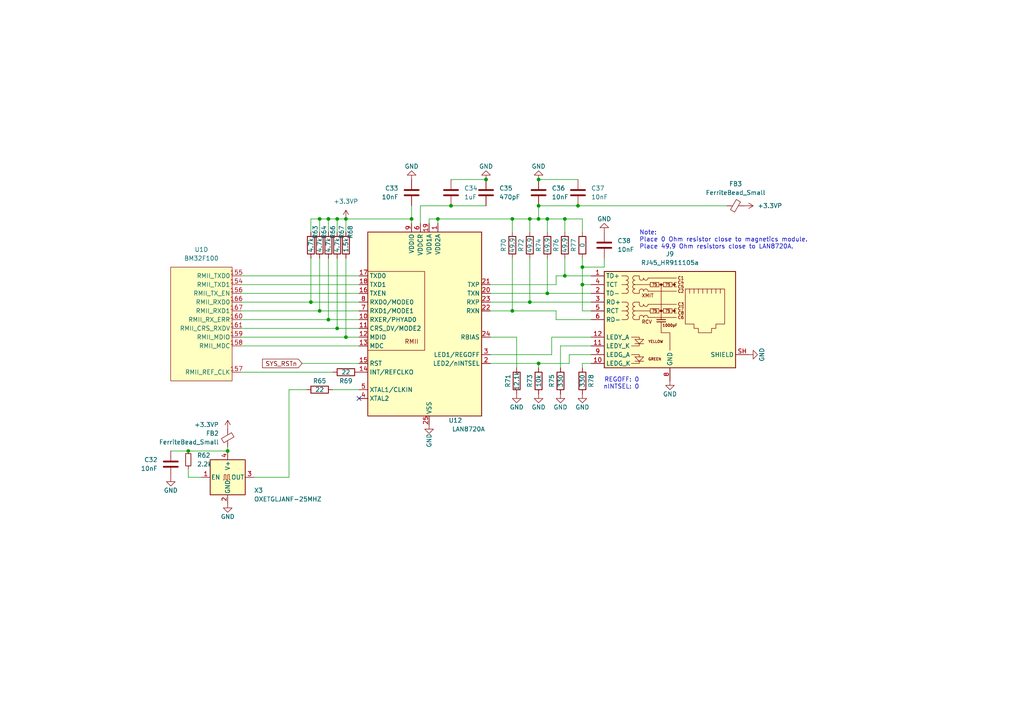
<source format=kicad_sch>
(kicad_sch (version 20211123) (generator eeschema)
  (paper "A4")
  (title_block (title "Ethernet Phy") (company "Drawn by t123yh") (comment 1 "Eval board for BM32F100"))
  (lib_symbols
    (symbol "Device:C" (pin_numbers hide) (pin_names (offset 0.254))
      (property "Reference" "C" (at 0.635 2.54 0))
      (property "Value" "C" (at 0.635 -2.54 0))
      (symbol "C_0_1"
        (polyline (pts (xy -2.032 -0.762) (xy 2.032 -0.762)) (stroke (width 0.508)))
        (polyline (pts (xy -2.032 0.762) (xy 2.032 0.762)) (stroke (width 0.508)))
      )
      (symbol "C_1_1"
        (pin passive line (at 0 3.81 270) (length 2.794) (name "~") (number "1"))
        (pin passive line (at 0 -3.81 90) (length 2.794) (name "~") (number "2"))
      )
    )
    (symbol "Device:FerriteBead_Small" (pin_numbers hide) (pin_names (offset 0))
      (property "Reference" "FB" (at 1.905 1.27 0))
      (property "Value" "FerriteBead_Small" (at 1.905 -1.27 0))
      (symbol "FerriteBead_Small_0_1"
        (polyline (pts (xy 0 -1.27) (xy 0 -0.7874)))
        (polyline (pts (xy 0 0.889) (xy 0 1.2954)))
        (polyline (pts (xy -1.8288 0.2794) (xy -1.1176 1.4986) (xy 1.8288 -0.2032) (xy 1.1176 -1.4224) (xy -1.8288 0.2794)))
      )
      (symbol "FerriteBead_Small_1_1"
        (pin passive line (at 0 2.54 270) (length 1.27) (name "~") (number "1"))
        (pin passive line (at 0 -2.54 90) (length 1.27) (name "~") (number "2"))
      )
    )
    (symbol "Device:R" (pin_numbers hide) (pin_names (offset 0))
      (property "Reference" "R" (at 2.032 0 90))
      (property "Value" "R" (at 0 0 90))
      (symbol "R_0_1"
        (rectangle (start -1.016 -2.54) (end 1.016 2.54) (stroke (width 0.254)))
      )
      (symbol "R_1_1"
        (pin passive line (at 0 3.81 270) (length 1.27) (name "~") (number "1"))
        (pin passive line (at 0 -3.81 90) (length 1.27) (name "~") (number "2"))
      )
    )
    (symbol "Device:R_Small" (pin_numbers hide) (pin_names (offset 0.254) hide)
      (property "Reference" "R" (at 0.762 0.508 0))
      (property "Value" "R_Small" (at 0.762 -1.016 0))
      (symbol "R_Small_0_1"
        (rectangle (start -0.762 1.778) (end 0.762 -1.778) (stroke (width 0.2032)))
      )
      (symbol "R_Small_1_1"
        (pin passive line (at 0 2.54 270) (length 0.762) (name "~") (number "1"))
        (pin passive line (at 0 -2.54 90) (length 0.762) (name "~") (number "2"))
      )
    )
    (symbol "Interface_Ethernet:LAN8720A"
      (property "Reference" "U" (at -13.97 29.21 0))
      (property "Value" "LAN8720A" (at 15.24 29.21 0))
      (symbol "LAN8720A_0_0"
        (text "RMII" (at -5.08 -3.81 0) (effects (font (size 1.27 1.27))))
      )
      (symbol "LAN8720A_0_1"
        (rectangle (start -17.78 27.94) (end 15.24 -25.4) (stroke (width 0.254)) (fill (type background)))
        (polyline (pts (xy -17.78 -6.35) (xy -1.27 -6.35) (xy -1.27 16.51) (xy -17.78 16.51)))
      )
      (symbol "LAN8720A_1_1"
        (pin power_in line (at 2.54 30.48 270) (length 2.54) (name "VDD2A") (number "1"))
        (pin output line (at -20.32 2.54 0) (length 2.54) (name "RXER/PHYAD0") (number "10"))
        (pin output line (at -20.32 0 0) (length 2.54) (name "CRS_DV/MODE2") (number "11"))
        (pin bidirectional line (at -20.32 -2.54 0) (length 2.54) (name "MDIO") (number "12"))
        (pin input line (at -20.32 -5.08 0) (length 2.54) (name "MDC") (number "13"))
        (pin output line (at -20.32 -12.7 0) (length 2.54) (name "INT/REFCLKO") (number "14"))
        (pin input line (at -20.32 -10.16 0) (length 2.54) (name "RST") (number "15"))
        (pin input line (at -20.32 10.16 0) (length 2.54) (name "TXEN") (number "16"))
        (pin input line (at -20.32 15.24 0) (length 2.54) (name "TXD0") (number "17"))
        (pin input line (at -20.32 12.7 0) (length 2.54) (name "TXD1") (number "18"))
        (pin power_in line (at 0 30.48 270) (length 2.54) (name "VDD1A") (number "19"))
        (pin bidirectional line (at 17.78 -10.16 180) (length 2.54) (name "LED2/nINTSEL") (number "2"))
        (pin output line (at 17.78 10.16 180) (length 2.54) (name "TXN") (number "20"))
        (pin output line (at 17.78 12.7 180) (length 2.54) (name "TXP") (number "21"))
        (pin output line (at 17.78 5.08 180) (length 2.54) (name "RXN") (number "22"))
        (pin output line (at 17.78 7.62 180) (length 2.54) (name "RXP") (number "23"))
        (pin input line (at 17.78 -2.54 180) (length 2.54) (name "RBIAS") (number "24"))
        (pin power_in line (at 0 -27.94 90) (length 2.54) (name "VSS") (number "25"))
        (pin bidirectional line (at 17.78 -7.62 180) (length 2.54) (name "LED1/REGOFF") (number "3"))
        (pin passive line (at -20.32 -20.32 0) (length 2.54) (name "XTAL2") (number "4"))
        (pin passive line (at -20.32 -17.78 0) (length 2.54) (name "XTAL1/CLKIN") (number "5"))
        (pin power_in line (at -2.54 30.48 270) (length 2.54) (name "VDDCR") (number "6"))
        (pin output line (at -20.32 5.08 0) (length 2.54) (name "RXD1/MODE1") (number "7"))
        (pin output line (at -20.32 7.62 0) (length 2.54) (name "RXD0/MODE0") (number "8"))
        (pin power_in line (at -5.08 30.48 270) (length 2.54) (name "VDDIO") (number "9"))
      )
    )
    (symbol "MemblazeExpander:RJ45_HR911105a"
      (property "Reference" "J" (at 0 -21.59 0))
      (property "Value" "RJ45_HR911105a" (at 0 -19.05 0))
      (symbol "RJ45_HR911105a_0_0"
        (polyline (pts (xy -5.08 -12.065) (xy -7.62 -12.065)))
        (polyline (pts (xy -5.08 -6.985) (xy -7.62 -6.985)))
        (polyline (pts (xy 0 10.16) (xy 0 0)))
        (polyline (pts (xy 1.27 -0.635) (xy -1.27 -0.635)) (stroke (width 0.254)))
        (polyline (pts (xy 1.27 0) (xy -1.27 0)) (stroke (width 0.254)))
        (polyline (pts (xy 3.81 2.54) (xy 3.175 2.54)))
        (polyline (pts (xy 3.81 10.16) (xy 3.175 10.16)))
        (polyline (pts (xy -8.636 -10.16) (xy -6.35 -10.16) (xy -6.35 -10.795)))
        (polyline (pts (xy -8.636 -7.62) (xy -6.35 -7.62) (xy -6.35 -6.985)))
        (polyline (pts (xy -8.636 -5.08) (xy -6.35 -5.08) (xy -6.35 -5.715)))
        (polyline (pts (xy -6.35 -12.065) (xy -6.35 -12.7) (xy -8.636 -12.7)))
        (polyline (pts (xy -7.62 -10.795) (xy -5.08 -10.795) (xy -6.35 -12.065) (xy -7.62 -10.795)))
        (polyline (pts (xy -5.08 -5.715) (xy -7.62 -5.715) (xy -6.35 -6.985) (xy -5.08 -5.715)))
        (polyline (pts (xy 0 -0.635) (xy 0 -3.81) (xy 2.54 -3.81) (xy 2.54 -8.89)))
        (polyline (pts (xy 4.445 3.175) (xy 3.81 3.175) (xy 3.81 1.905) (xy 4.445 1.905)))
        (polyline (pts (xy 4.445 10.795) (xy 3.81 10.795) (xy 3.81 9.525) (xy 4.445 9.525)))
        (circle (center 0 2.54) (radius 0.254) (stroke (width 0.254)) (fill (type outline)))
        (circle (center 0 10.16) (radius 0.254) (stroke (width 0.254)) (fill (type outline)))
        (circle (center 3.81 2.54) (radius 0.254) (stroke (width 0.254)) (fill (type outline)))
        (circle (center 3.81 10.16) (radius 0.254) (stroke (width 0.254)) (fill (type outline)))
        (text "1000pF" (at 2.54 -1.651 0) (effects (font (size 0.762 0.762))))
        (text "75" (at -1.905 2.54 0) (effects (font (size 0.762 0.762))))
        (text "75" (at -1.905 10.16 0) (effects (font (size 0.762 0.762))))
        (text "75" (at 1.905 2.54 0) (effects (font (size 0.762 0.762))))
        (text "75" (at 1.905 10.16 0) (effects (font (size 0.762 0.762))))
        (text "C1" (at 5.715 12.065 0) (effects (font (size 0.889 0.889))))
        (text "C2" (at 5.715 8.255 0) (effects (font (size 0.889 0.889))))
        (text "C3" (at 5.715 4.445 0) (effects (font (size 0.889 0.889))))
        (text "C4" (at 5.715 10.795 0) (effects (font (size 0.889 0.889))))
        (text "C5" (at 5.715 9.525 0) (effects (font (size 0.889 0.889))))
        (text "C6" (at 5.715 0.635 0) (effects (font (size 0.889 0.889))))
        (text "C7" (at 5.715 3.175 0) (effects (font (size 0.889 0.889))))
        (text "C8" (at 5.715 1.905 0) (effects (font (size 0.889 0.889))))
        (text "GREEN" (at -3.81 -11.43 0) (effects (font (size 0.762 0.762)) (justify left)))
        (text "RCV" (at -5.715 -0.635 0) (effects (font (size 1.016 1.016)) (justify left)))
        (text "XMIT" (at -5.715 6.985 0) (effects (font (size 1.016 1.016)) (justify left)))
        (text "YELLOW" (at -3.81 -6.35 0) (effects (font (size 0.762 0.762)) (justify left)))
      )
      (symbol "RJ45_HR911105a_0_1"
        (rectangle (start -16.51 -13.97) (end 21.59 13.97) (stroke (width 0.254)) (fill (type background)))
        (arc (start -10.16 0) (mid -9.525 0.635) (end -10.16 1.27))
        (arc (start -10.16 1.27) (mid -9.525 1.905) (end -10.16 2.54))
        (arc (start -10.16 2.54) (mid -9.525 3.175) (end -10.16 3.81))
        (arc (start -10.16 3.81) (mid -9.525 4.445) (end -10.16 5.08))
        (arc (start -10.16 7.62) (mid -9.525 8.255) (end -10.16 8.89))
        (arc (start -10.16 8.89) (mid -9.525 9.525) (end -10.16 10.16))
        (arc (start -10.16 10.16) (mid -9.525 10.795) (end -10.16 11.43))
        (arc (start -10.16 11.43) (mid -9.525 12.065) (end -10.16 12.7))
        (arc (start -7.62 1.27) (mid -8.255 0.635) (end -7.62 0))
        (arc (start -7.62 2.54) (mid -8.255 1.905) (end -7.62 1.27))
        (arc (start -7.62 3.81) (mid -8.255 3.175) (end -7.62 2.54))
        (arc (start -7.62 5.08) (mid -8.255 4.445) (end -7.62 3.81))
        (arc (start -7.62 8.89) (mid -8.255 8.255) (end -7.62 7.62))
        (arc (start -7.62 10.16) (mid -8.255 9.525) (end -7.62 8.89))
        (arc (start -7.62 11.43) (mid -8.255 10.795) (end -7.62 10.16))
        (arc (start -7.62 12.7) (mid -8.255 12.065) (end -7.62 11.43))
        (arc (start -6.35 4.445) (mid -5.715 3.81) (end -5.08 4.445))
        (arc (start -6.35 12.065) (mid -5.715 11.43) (end -5.08 12.065))
        (arc (start -5.08 0.635) (mid -5.715 1.27) (end -6.35 0.635))
        (arc (start -5.08 4.445) (mid -4.445 3.81) (end -3.81 4.445))
        (arc (start -5.08 8.255) (mid -5.715 8.89) (end -6.35 8.255))
        (arc (start -5.08 12.065) (mid -4.445 11.43) (end -3.81 12.065))
        (arc (start -3.81 0.635) (mid -4.445 1.27) (end -5.08 0.635))
        (arc (start -3.81 8.255) (mid -4.445 8.89) (end -5.08 8.255))
        (rectangle (start -3.175 3.175) (end -0.635 1.905))
        (rectangle (start -3.175 10.795) (end -0.635 9.525))
        (polyline (pts (xy -10.16 0) (xy -11.43 0)))
        (polyline (pts (xy -10.16 2.54) (xy -11.43 2.54)))
        (polyline (pts (xy -10.16 5.08) (xy -11.43 5.08)))
        (polyline (pts (xy -10.16 7.62) (xy -11.43 7.62)))
        (polyline (pts (xy -10.16 10.16) (xy -11.43 10.16)))
        (polyline (pts (xy -10.16 12.7) (xy -11.43 12.7)))
        (polyline (pts (xy -3.81 0.635) (xy 4.445 0.635)))
        (polyline (pts (xy -3.81 4.445) (xy 4.445 4.445)))
        (polyline (pts (xy -3.81 8.255) (xy 4.445 8.255)))
        (polyline (pts (xy -3.81 12.065) (xy 4.445 12.065)))
        (polyline (pts (xy -3.175 2.54) (xy -7.62 2.54)))
        (polyline (pts (xy -3.175 10.16) (xy -7.62 10.16)))
        (polyline (pts (xy -0.635 2.54) (xy 0.635 2.54)))
        (polyline (pts (xy -0.635 10.16) (xy 0.635 10.16)))
        (polyline (pts (xy 8.255 7.62) (xy 8.255 8.89)))
        (polyline (pts (xy 9.525 8.89) (xy 9.525 7.62)))
        (polyline (pts (xy 10.795 8.89) (xy 10.795 7.62)))
        (polyline (pts (xy 12.065 8.89) (xy 12.065 7.62)))
        (polyline (pts (xy 13.335 8.89) (xy 13.335 7.62)))
        (polyline (pts (xy 14.605 8.89) (xy 14.605 7.62)))
        (polyline (pts (xy 15.875 7.62) (xy 15.875 8.89)))
        (polyline (pts (xy 17.145 7.62) (xy 17.145 8.89)))
        (polyline (pts (xy -7.62 5.08) (xy -6.35 5.08) (xy -6.35 4.445)))
        (polyline (pts (xy -7.62 12.7) (xy -6.35 12.7) (xy -6.35 12.065)))
        (polyline (pts (xy -6.35 0.635) (xy -6.35 0) (xy -7.62 0)))
        (polyline (pts (xy -6.35 8.255) (xy -6.35 7.62) (xy -7.62 7.62)))
        (polyline (pts (xy 6.985 8.89) (xy 18.415 8.89) (xy 18.415 -1.27) (xy 15.875 -1.27) (xy 15.875 -2.54) (xy 14.605 -2.54) (xy 14.605 -3.81) (xy 10.795 -3.81) (xy 10.795 -2.54) (xy 9.525 -2.54) (xy 9.525 -1.27) (xy 6.985 -1.27) (xy 6.985 8.89)))
        (rectangle (start 0.635 3.175) (end 3.175 1.905))
        (rectangle (start 0.635 10.795) (end 3.175 9.525))
      )
      (symbol "RJ45_HR911105a_1_1"
        (pin passive line (at -20.32 12.7 0) (length 3.81) (name "TD+") (number "1"))
        (pin passive line (at -20.32 -12.7 0) (length 3.81) (name "LEDG_K") (number "10"))
        (pin passive line (at -20.32 -7.62 0) (length 3.81) (name "LEDY_K") (number "11"))
        (pin passive line (at -20.32 -5.08 0) (length 3.81) (name "LEDY_A") (number "12"))
        (pin passive line (at -20.32 7.62 0) (length 3.81) (name "TD-") (number "2"))
        (pin passive line (at -20.32 5.08 0) (length 3.81) (name "RD+") (number "3"))
        (pin passive line (at -20.32 10.16 0) (length 3.81) (name "TCT") (number "4"))
        (pin passive line (at -20.32 2.54 0) (length 3.81) (name "RCT") (number "5"))
        (pin passive line (at -20.32 0 0) (length 3.81) (name "RD-") (number "6"))
        (pin no_connect line (at 7.62 -5.08 0) (length 0) hide (name "NC") (number "7"))
        (pin power_in line (at 2.54 -17.78 90) (length 3.81) (name "GND") (number "8"))
        (pin passive line (at -20.32 -10.16 0) (length 3.81) (name "LEDG_A") (number "9"))
        (pin passive line (at 25.4 -10.16 180) (length 3.81) (name "SHIELD") (number "SH"))
      )
    )
    (symbol "Oscillator:XO32" (pin_names (offset 0.254))
      (property "Reference" "X" (at -5.08 6.35 0))
      (property "Value" "XO32" (at 1.27 -6.35 0))
      (symbol "XO32_0_1"
        (rectangle (start -5.08 5.08) (end 5.08 -5.08) (stroke (width 0.254)) (fill (type background)))
        (polyline (pts (xy -1.27 -0.762) (xy -1.016 -0.762) (xy -1.016 0.762) (xy -0.508 0.762) (xy -0.508 -0.762) (xy 0 -0.762) (xy 0 0.762) (xy 0.508 0.762) (xy 0.508 -0.762) (xy 0.762 -0.762)))
      )
      (symbol "XO32_1_1"
        (pin input line (at -7.62 0 0) (length 2.54) (name "EN") (number "1"))
        (pin power_in line (at 0 -7.62 90) (length 2.54) (name "GND") (number "2"))
        (pin output line (at 7.62 0 180) (length 2.54) (name "OUT") (number "3"))
        (pin power_in line (at 0 7.62 270) (length 2.54) (name "V+") (number "4"))
      )
    )
    (symbol "power:+3.3VP" (power) (pin_names (offset 0))
      (property "Value" "+3.3VP" (at 0 2.54 0))
      (symbol "+3.3VP_0_0"
        (pin power_in line (at 0 0 90) (length 0) hide (name "+3.3VP") (number "1"))
      )
      (symbol "+3.3VP_0_1"
        (polyline (pts (xy -0.762 1.27) (xy 0 2.54)))
        (polyline (pts (xy 0 0) (xy 0 2.54)))
        (polyline (pts (xy 0 2.54) (xy 0.762 1.27)))
      )
    )
    (symbol "power:GND" (power) (pin_names (offset 0))
      (property "Value" "GND" (at 0 -3.81 0))
      (symbol "GND_0_1"
        (polyline (pts (xy 0 0) (xy 0 -1.27) (xy 1.27 -1.27) (xy 0 -2.54) (xy -1.27 -1.27) (xy 0 -1.27)))
      )
      (symbol "GND_1_1"
        (pin power_in line (at 0 0 270) (length 0) hide (name "GND") (number "1"))
      )
    )
    (symbol "t123yh_lib2:BM32F100"
      (property "Reference" "U" (at 0 7.62 0))
      (property "Value" "BM32F100" (at 0 5.08 0))
      (symbol "BM32F100_1_1"
        (rectangle (start -17.78 0) (end 13.97 -86.36) (stroke (width 0.1524)) (fill (type background)))
        (pin input line (at -20.32 -53.34 0) (length 2.54) (name "sdram_DQ10") (number "10"))
        (pin input line (at -20.32 -55.88 0) (length 2.54) (name "sdram_DQ9") (number "11"))
        (pin input line (at -20.32 -58.42 0) (length 2.54) (name "sdram_DQ8") (number "12"))
        (pin input line (at -20.32 -81.28 0) (length 2.54) (name "sdram_DQM1") (number "13"))
        (pin input line (at -20.32 -83.82 0) (length 2.54) (name "sdram_DQM0") (number "168"))
        (pin input line (at -20.32 -78.74 0) (length 2.54) (name "sdram_DQ0") (number "169"))
        (pin input line (at -20.32 -76.2 0) (length 2.54) (name "sdram_DQ1") (number "170"))
        (pin input line (at -20.32 -73.66 0) (length 2.54) (name "sdram_DQ2") (number "171"))
        (pin input line (at -20.32 -71.12 0) (length 2.54) (name "sdram_DQ3") (number "172"))
        (pin input line (at -20.32 -68.58 0) (length 2.54) (name "sdram_DQ4") (number "173"))
        (pin input line (at -20.32 -66.04 0) (length 2.54) (name "sdram_DQ5") (number "174"))
        (pin input line (at -20.32 -63.5 0) (length 2.54) (name "sdram_DQ6") (number "175"))
        (pin input line (at -20.32 -60.96 0) (length 2.54) (name "sdram_DQ7") (number "176"))
        (pin input line (at -20.32 -24.13 0) (length 2.54) (name "sdram_WEn") (number "20"))
        (pin input line (at -20.32 -16.51 0) (length 2.54) (name "sdram_CLK") (number "21"))
        (pin input line (at -20.32 -29.21 0) (length 2.54) (name "sdram_RASn") (number "22"))
        (pin input line (at -20.32 -26.67 0) (length 2.54) (name "sdram_CASn") (number "23"))
        (pin input line (at -20.32 -13.97 0) (length 2.54) (name "sdram_CKE") (number "24"))
        (pin input line (at -20.32 -11.43 0) (length 2.54) (name "sdram_CSn") (number "25"))
        (pin input line (at 16.51 -2.54 180) (length 2.54) (name "sdram_ADDR12") (number "26"))
        (pin input line (at -20.32 -34.29 0) (length 2.54) (name "sdram_BA0") (number "27"))
        (pin input line (at 16.51 -5.08 180) (length 2.54) (name "sdram_ADDR11") (number "28"))
        (pin input line (at -20.32 -31.75 0) (length 2.54) (name "sdram_BA1") (number "29"))
        (pin input line (at 16.51 -10.16 180) (length 2.54) (name "sdram_ADDR9") (number "34"))
        (pin input line (at 16.51 -7.62 180) (length 2.54) (name "sdram_ADDR10") (number "35"))
        (pin input line (at 16.51 -12.7 180) (length 2.54) (name "sdram_ADDR8") (number "36"))
        (pin input line (at 16.51 -33.02 180) (length 2.54) (name "sdram_ADDR0") (number "37"))
        (pin input line (at 16.51 -15.24 180) (length 2.54) (name "sdram_ADDR7") (number "38"))
        (pin input line (at 16.51 -30.48 180) (length 2.54) (name "sdram_ADDR1") (number "39"))
        (pin input line (at 16.51 -17.78 180) (length 2.54) (name "sdram_ADDR6") (number "40"))
        (pin input line (at 16.51 -27.94 180) (length 2.54) (name "sdram_ADDR2") (number "41"))
        (pin input line (at 16.51 -20.32 180) (length 2.54) (name "sdram_ADDR5") (number "42"))
        (pin input line (at 16.51 -25.4 180) (length 2.54) (name "sdram_ADDR3") (number "43"))
        (pin input line (at 16.51 -22.86 180) (length 2.54) (name "sdram_ADDR4") (number "44"))
        (pin input line (at 16.51 -83.82 180) (length 2.54) (name "sdram_DQM2") (number "49"))
        (pin input line (at -20.32 -40.64 0) (length 2.54) (name "sdram_DQ15") (number "5"))
        (pin input line (at 16.51 -78.74 180) (length 2.54) (name "sdram_DQ16") (number "50"))
        (pin input line (at 16.51 -76.2 180) (length 2.54) (name "sdram_DQ17") (number "51"))
        (pin input line (at 16.51 -73.66 180) (length 2.54) (name "sdram_DQ18") (number "52"))
        (pin input line (at 16.51 -71.12 180) (length 2.54) (name "sdram_DQ19") (number "53"))
        (pin input line (at 16.51 -68.58 180) (length 2.54) (name "sdram_DQ20") (number "54"))
        (pin input line (at 16.51 -66.04 180) (length 2.54) (name "sdram_DQ21") (number "55"))
        (pin input line (at 16.51 -63.5 180) (length 2.54) (name "sdram_DQ22") (number "56"))
        (pin input line (at 16.51 -60.96 180) (length 2.54) (name "sdram_DQ23") (number "57"))
        (pin input line (at 16.51 -58.42 180) (length 2.54) (name "sdram_DQ24") (number "58"))
        (pin input line (at -20.32 -43.18 0) (length 2.54) (name "sdram_DQ14") (number "6"))
        (pin input line (at 16.51 -55.88 180) (length 2.54) (name "sdram_DQ25") (number "64"))
        (pin input line (at 16.51 -53.34 180) (length 2.54) (name "sdram_DQ26") (number "65"))
        (pin input line (at 16.51 -50.8 180) (length 2.54) (name "sdram_DQ27") (number "66"))
        (pin input line (at 16.51 -48.26 180) (length 2.54) (name "sdram_DQ28") (number "67"))
        (pin input line (at 16.51 -45.72 180) (length 2.54) (name "sdram_DQ29") (number "68"))
        (pin input line (at 16.51 -43.18 180) (length 2.54) (name "sdram_DQ30") (number "69"))
        (pin input line (at -20.32 -45.72 0) (length 2.54) (name "sdram_DQ13") (number "7"))
        (pin input line (at 16.51 -40.64 180) (length 2.54) (name "sdram_DQ31") (number "70"))
        (pin input line (at 16.51 -81.28 180) (length 2.54) (name "sdram_DQM3") (number "71"))
        (pin input line (at -20.32 -48.26 0) (length 2.54) (name "sdram_DQ12") (number "8"))
        (pin input line (at -20.32 -50.8 0) (length 2.54) (name "sdram_DQ11") (number "9"))
      )
      (symbol "BM32F100_2_1"
        (rectangle (start -11.43 0) (end 10.16 -27.94) (stroke (width 0.1524)) (fill (type background)))
        (pin input line (at -13.97 -20.32 0) (length 2.54) (name "I2C_M_SCL") (number "120"))
        (pin input line (at -13.97 -22.86 0) (length 2.54) (name "I2C_M_SDA") (number "121"))
        (pin input line (at 12.7 -10.16 180) (length 2.54) (name "SPI_CLK") (number "142"))
        (pin input line (at 12.7 -17.78 180) (length 2.54) (name "SPI_CS0") (number "143"))
        (pin input line (at 12.7 -20.32 180) (length 2.54) (name "SPI_CS1") (number "144"))
        (pin input line (at 12.7 -22.86 180) (length 2.54) (name "SPI_CS2") (number "145"))
        (pin input line (at 12.7 -25.4 180) (length 2.54) (name "SPI_CS3") (number "146"))
        (pin input line (at 12.7 -15.24 180) (length 2.54) (name "SPI_MISO") (number "152"))
        (pin input line (at 12.7 -12.7 180) (length 2.54) (name "SPI_MOSI") (number "153"))
        (pin input line (at 12.7 -5.08 180) (length 2.54) (name "UART_RX") (number "72"))
        (pin input line (at 12.7 -2.54 180) (length 2.54) (name "UART_TX") (number "73"))
        (pin input line (at -13.97 -2.54 0) (length 2.54) (name "SD_DAT0") (number "78"))
        (pin input line (at -13.97 -5.08 0) (length 2.54) (name "SD_DAT1") (number "79"))
        (pin input line (at -13.97 -7.62 0) (length 2.54) (name "SD_DAT2") (number "80"))
        (pin input line (at -13.97 -10.16 0) (length 2.54) (name "SD_DAT3") (number "81"))
        (pin input line (at -13.97 -12.7 0) (length 2.54) (name "SD_CMD") (number "82"))
        (pin input line (at -13.97 -15.24 0) (length 2.54) (name "SD_CLK") (number "83"))
      )
      (symbol "BM32F100_3_1"
        (rectangle (start -11.43 0) (end 3.81 -33.02) (stroke (width 0.1524)) (fill (type background)))
        (pin input line (at 6.35 -22.86 180) (length 2.54) (name "ULPI_DAT7") (number "84"))
        (pin input line (at 6.35 -20.32 180) (length 2.54) (name "ULPI_DAT6") (number "85"))
        (pin input line (at 6.35 -17.78 180) (length 2.54) (name "ULPI_DAT5") (number "86"))
        (pin input line (at 6.35 -15.24 180) (length 2.54) (name "ULPI_DAT4") (number "87"))
        (pin input line (at 6.35 -12.7 180) (length 2.54) (name "ULPI_DAT3") (number "88"))
        (pin input line (at 6.35 -10.16 180) (length 2.54) (name "ULPI_DAT2") (number "93"))
        (pin input line (at 6.35 -7.62 180) (length 2.54) (name "ULPI_DAT1") (number "94"))
        (pin input line (at 6.35 -5.08 180) (length 2.54) (name "ULPI_DAT0") (number "95"))
        (pin input line (at 6.35 -30.48 180) (length 2.54) (name "ULPI_nxt") (number "96"))
        (pin input line (at 6.35 -2.54 180) (length 2.54) (name "ULPI_clk") (number "97"))
        (pin input line (at 6.35 -25.4 180) (length 2.54) (name "ULPI_dir") (number "98"))
        (pin input line (at 6.35 -27.94 180) (length 2.54) (name "ULPI_stp") (number "99"))
      )
      (symbol "BM32F100_4_1"
        (rectangle (start -10.16 0) (end 7.62 -33.02) (stroke (width 0.1524)) (fill (type background)))
        (pin input line (at 10.16 -5.08 180) (length 2.54) (name "RMII_TXD1") (number "154"))
        (pin input line (at 10.16 -2.54 180) (length 2.54) (name "RMII_TXD0") (number "155"))
        (pin input line (at 10.16 -7.62 180) (length 2.54) (name "RMII_TX_EN") (number "156"))
        (pin input line (at 10.16 -30.48 180) (length 2.54) (name "RMII_REF_CLK") (number "157"))
        (pin input line (at 10.16 -22.86 180) (length 2.54) (name "RMII_MDC") (number "158"))
        (pin input line (at 10.16 -20.32 180) (length 2.54) (name "RMII_MDIO") (number "159"))
        (pin input line (at 10.16 -15.24 180) (length 2.54) (name "RMII_RX_ERR") (number "160"))
        (pin input line (at 10.16 -17.78 180) (length 2.54) (name "RMII_CRS_RXDV") (number "161"))
        (pin input line (at 10.16 -10.16 180) (length 2.54) (name "RMII_RXD0") (number "166"))
        (pin input line (at 10.16 -12.7 180) (length 2.54) (name "RMII_RXD1") (number "167"))
      )
      (symbol "BM32F100_5_1"
        (rectangle (start -6.35 0) (end 8.89 -20.32) (stroke (width 0.1524)) (fill (type background)))
        (pin input line (at -8.89 -2.54 0) (length 2.54) (name "CLK_25m") (number "137"))
        (pin input line (at -8.89 -17.78 0) (length 2.54) (name "SYS_RSTn") (number "138"))
        (pin input line (at -8.89 -15.24 0) (length 2.54) (name "CTRL_RSTn") (number "139"))
        (pin input line (at -8.89 -10.16 0) (length 2.54) (name "I2C_C_SDA") (number "140"))
        (pin input line (at -8.89 -7.62 0) (length 2.54) (name "I2C_C_SCL") (number "141"))
      )
      (symbol "BM32F100_6_1"
        (rectangle (start -6.35 0) (end 5.08 -22.86) (stroke (width 0.1524)) (fill (type background)))
        (pin input line (at -8.89 -2.54 0) (length 2.54) (name "GPIO0") (number "103"))
        (pin input line (at -8.89 -5.08 0) (length 2.54) (name "GPIO1") (number "104"))
        (pin input line (at -8.89 -7.62 0) (length 2.54) (name "GPIO2") (number "105"))
        (pin input line (at -8.89 -10.16 0) (length 2.54) (name "GPIO3") (number "106"))
        (pin input line (at -8.89 -12.7 0) (length 2.54) (name "GPIO4") (number "111"))
        (pin input line (at -8.89 -15.24 0) (length 2.54) (name "GPIO5") (number "112"))
        (pin input line (at -8.89 -17.78 0) (length 2.54) (name "GPIO6") (number "113"))
        (pin input line (at -8.89 -20.32 0) (length 2.54) (name "GPIO7") (number "114"))
      )
      (symbol "BM32F100_7_1"
        (rectangle (start -3.81 0) (end 10.16 -25.4) (stroke (width 0.1524)) (fill (type background)))
        (pin input line (at -6.35 -2.54 0) (length 2.54) (name "DBG_CLK") (number "115"))
        (pin input line (at -6.35 -5.08 0) (length 2.54) (name "DBG_dat0") (number "116"))
        (pin input line (at -6.35 -7.62 0) (length 2.54) (name "DBG_dat1") (number "117"))
        (pin input line (at -6.35 -10.16 0) (length 2.54) (name "DBG_dat2") (number "118"))
        (pin input line (at -6.35 -12.7 0) (length 2.54) (name "DBG_dat3") (number "119"))
        (pin input line (at -6.35 -17.78 0) (length 2.54) (name "CPU_GRST") (number "122"))
        (pin input line (at -6.35 -20.32 0) (length 2.54) (name "CPU_RSTn") (number "123"))
        (pin input line (at -6.35 -22.86 0) (length 2.54) (name "SoC_RSTn") (number "124"))
      )
      (symbol "BM32F100_8_1"
        (rectangle (start -10.16 -1.27) (end 11.43 -82.55) (stroke (width 0.1524)) (fill (type background)))
        (pin input line (at -12.7 -77.47 0) (length 2.54) (name "VSSIO") (number "1"))
        (pin input line (at 13.97 -16.51 180) (length 2.54) (name "VDD") (number "107"))
        (pin input line (at -12.7 -29.21 0) (length 2.54) (name "VSS") (number "108"))
        (pin input line (at 13.97 -62.23 180) (length 2.54) (name "VDDIO") (number "109"))
        (pin input line (at -12.7 -31.75 0) (length 2.54) (name "VSSIO") (number "110"))
        (pin input line (at 13.97 -19.05 180) (length 2.54) (name "VDD") (number "125"))
        (pin input line (at -12.7 -34.29 0) (length 2.54) (name "VSS") (number "126"))
        (pin input line (at 13.97 -64.77 180) (length 2.54) (name "VDDIO") (number "127"))
        (pin input line (at -12.7 -36.83 0) (length 2.54) (name "VSSIO") (number "128"))
        (pin input line (at -12.7 -39.37 0) (length 2.54) (name "AVSS") (number "129"))
        (pin input line (at 13.97 -41.91 180) (length 2.54) (name "AVDD") (number "130"))
        (pin input line (at -12.7 -41.91 0) (length 2.54) (name "AVSS") (number "131"))
        (pin input line (at 13.97 -44.45 180) (length 2.54) (name "AVDD") (number "132"))
        (pin input line (at 13.97 -8.89 180) (length 2.54) (name "VDD") (number "133"))
        (pin input line (at -12.7 -19.05 0) (length 2.54) (name "VSS") (number "134"))
        (pin input line (at 13.97 -54.61 180) (length 2.54) (name "VDDIO") (number "135"))
        (pin input line (at -12.7 -16.51 0) (length 2.54) (name "VSSIO") (number "136"))
        (pin input line (at -12.7 -72.39 0) (length 2.54) (name "VSSIO") (number "14"))
        (pin input line (at 13.97 -6.35 180) (length 2.54) (name "VDD") (number "147"))
        (pin input line (at -12.7 -13.97 0) (length 2.54) (name "VSS") (number "148"))
        (pin input line (at -12.7 -11.43 0) (length 2.54) (name "VSS") (number "149"))
        (pin input line (at 13.97 -77.47 180) (length 2.54) (name "VDDIO") (number "15"))
        (pin input line (at 13.97 -52.07 180) (length 2.54) (name "VDDIO") (number "150"))
        (pin input line (at -12.7 -8.89 0) (length 2.54) (name "VSSIO") (number "151"))
        (pin input line (at -12.7 -69.85 0) (length 2.54) (name "VSS") (number "16"))
        (pin input line (at 13.97 -3.81 180) (length 2.54) (name "VDD") (number "162"))
        (pin input line (at -12.7 -6.35 0) (length 2.54) (name "VSS") (number "163"))
        (pin input line (at 13.97 -49.53 180) (length 2.54) (name "VDDIO") (number "164"))
        (pin input line (at -12.7 -3.81 0) (length 2.54) (name "VSSIO") (number "165"))
        (pin input line (at -12.7 -67.31 0) (length 2.54) (name "VSS") (number "17"))
        (pin input line (at 13.97 -34.29 180) (length 2.54) (name "VDD") (number "18"))
        (pin input line (at 13.97 -31.75 180) (length 2.54) (name "VDD") (number "19"))
        (pin input line (at 13.97 -80.01 180) (length 2.54) (name "VDDIO") (number "2"))
        (pin input line (at -12.7 -74.93 0) (length 2.54) (name "VSS") (number "3"))
        (pin input line (at -12.7 -64.77 0) (length 2.54) (name "VSS") (number "30"))
        (pin input line (at 13.97 -29.21 180) (length 2.54) (name "VDD") (number "31"))
        (pin input line (at -12.7 -62.23 0) (length 2.54) (name "VSSIO") (number "32"))
        (pin input line (at 13.97 -74.93 180) (length 2.54) (name "VDDIO") (number "33"))
        (pin input line (at 13.97 -36.83 180) (length 2.54) (name "VDD") (number "4"))
        (pin input line (at -12.7 -59.69 0) (length 2.54) (name "VSSIO") (number "45"))
        (pin input line (at 13.97 -72.39 180) (length 2.54) (name "VDDIO") (number "46"))
        (pin input line (at -12.7 -57.15 0) (length 2.54) (name "VSS") (number "47"))
        (pin input line (at 13.97 -26.67 180) (length 2.54) (name "VDD") (number "48"))
        (pin input line (at -12.7 -54.61 0) (length 2.54) (name "VSSIO") (number "59"))
        (pin input line (at 13.97 -69.85 180) (length 2.54) (name "VDDIO") (number "60"))
        (pin input line (at -12.7 -52.07 0) (length 2.54) (name "VSS") (number "61"))
        (pin input line (at -12.7 -49.53 0) (length 2.54) (name "VSS") (number "62"))
        (pin input line (at 13.97 -24.13 180) (length 2.54) (name "VDD") (number "63"))
        (pin input line (at -12.7 -46.99 0) (length 2.54) (name "VSSIO") (number "74"))
        (pin input line (at 13.97 -67.31 180) (length 2.54) (name "VDDIO") (number "75"))
        (pin input line (at -12.7 -44.45 0) (length 2.54) (name "VSS") (number "76"))
        (pin input line (at 13.97 -21.59 180) (length 2.54) (name "VDD") (number "77"))
        (pin input line (at 13.97 -11.43 180) (length 2.54) (name "VDD") (number "89"))
        (pin input line (at -12.7 -21.59 0) (length 2.54) (name "VSS") (number "90"))
        (pin input line (at 13.97 -57.15 180) (length 2.54) (name "VDDIO") (number "91"))
        (pin input line (at -12.7 -24.13 0) (length 2.54) (name "VSSIO") (number "92"))
      )
      (symbol "BM32F100_9_1"
        (rectangle (start 3.81 0) (end -11.43 -12.7) (stroke (width 0.1524)) (fill (type background)))
        (pin input line (at 6.35 -10.16 180) (length 2.54) (name "CDBUS_TX") (number "100"))
        (pin input line (at 6.35 -7.62 180) (length 2.54) (name "CDBUS_TX_EN") (number "101"))
        (pin input line (at 6.35 -2.54 180) (length 2.54) (name "CDBUS_RX") (number "102"))
      )
    )
  )
  (junction (at 156.21 59.69) (diameter 0.9144))
  (junction (at 92.71 90.17) (diameter 0.9144))
  (junction (at 163.83 80.01) (diameter 0.9144))
  (junction (at 167.64 59.69) (diameter 0.9144))
  (junction (at 158.75 85.09) (diameter 0.9144))
  (junction (at 100.33 97.79) (diameter 0.9144))
  (junction (at 168.91 82.55) (diameter 0.9144))
  (junction (at 130.81 59.69) (diameter 0.9144))
  (junction (at 156.21 63.5) (diameter 0.9144))
  (junction (at 168.91 77.47) (diameter 0.9144))
  (junction (at 97.79 95.25) (diameter 0.9144))
  (junction (at 90.17 87.63) (diameter 0.9144))
  (junction (at 163.83 63.5) (diameter 0.9144))
  (junction (at 153.67 63.5) (diameter 0.9144))
  (junction (at 95.25 92.71) (diameter 0.9144))
  (junction (at 127 63.5) (diameter 0.9144))
  (junction (at 66.04 130.81))
  (junction (at 97.79 63.5) (diameter 0.9144))
  (junction (at 156.21 52.07) (diameter 0.9144))
  (junction (at 119.38 63.5) (diameter 0.9144))
  (junction (at 148.59 90.17) (diameter 0.9144))
  (junction (at 100.33 63.5) (diameter 0.9144))
  (junction (at 156.21 105.41))
  (junction (at 153.67 87.63) (diameter 0.9144))
  (junction (at 148.59 63.5) (diameter 0.9144))
  (junction (at 158.75 63.5) (diameter 0.9144))
  (junction (at 140.97 52.07) (diameter 0.9144))
  (junction (at 54.61 130.81))
  (junction (at 92.71 63.5) (diameter 0.9144))
  (junction (at 95.25 63.5) (diameter 0.9144))
  (no_connect (at 104.14 115.57))
  (wire (pts (xy 121.92 59.69) (xy 130.81 59.69)))
  (wire (pts (xy 158.75 63.5) (xy 158.75 67.31)))
  (wire (pts (xy 87.63 105.41) (xy 104.14 105.41)))
  (wire (pts (xy 153.67 63.5) (xy 156.21 63.5)))
  (wire (pts (xy 148.59 90.17) (xy 161.29 90.17)))
  (wire (pts (xy 90.17 63.5) (xy 92.71 63.5)))
  (wire (pts (xy 69.85 85.09) (xy 104.14 85.09)))
  (wire (pts (xy 97.79 74.93) (xy 97.79 95.25)))
  (wire (pts (xy 149.86 106.68) (xy 149.86 97.79)))
  (wire (pts (xy 163.83 63.5) (xy 168.91 63.5)))
  (wire (pts (xy 161.29 92.71) (xy 161.29 90.17)))
  (wire (pts (xy 168.91 67.31) (xy 168.91 63.5)))
  (wire (pts (xy 148.59 74.93) (xy 148.59 90.17)))
  (wire (pts (xy 95.25 92.71) (xy 104.14 92.71)))
  (wire (pts (xy 100.33 74.93) (xy 100.33 97.79)))
  (wire (pts (xy 175.26 74.93) (xy 175.26 77.47)))
  (wire (pts (xy 90.17 87.63) (xy 104.14 87.63)))
  (wire (pts (xy 153.67 87.63) (xy 171.45 87.63)))
  (wire (pts (xy 156.21 105.41) (xy 142.24 105.41)))
  (wire (pts (xy 171.45 102.87) (xy 165.1 102.87)))
  (wire (pts (xy 165.1 105.41) (xy 156.21 105.41)))
  (wire (pts (xy 165.1 102.87) (xy 165.1 105.41)))
  (wire (pts (xy 148.59 63.5) (xy 153.67 63.5)))
  (wire (pts (xy 69.85 107.95) (xy 96.52 107.95)))
  (wire (pts (xy 168.91 82.55) (xy 171.45 82.55)))
  (wire (pts (xy 156.21 59.69) (xy 167.64 59.69)))
  (wire (pts (xy 92.71 63.5) (xy 92.71 67.31)))
  (wire (pts (xy 54.61 138.43) (xy 58.42 138.43)))
  (wire (pts (xy 92.71 90.17) (xy 104.14 90.17)))
  (wire (pts (xy 69.85 100.33) (xy 104.14 100.33)))
  (wire (pts (xy 175.26 77.47) (xy 168.91 77.47)))
  (wire (pts (xy 69.85 92.71) (xy 95.25 92.71)))
  (wire (pts (xy 92.71 74.93) (xy 92.71 90.17)))
  (wire (pts (xy 163.83 63.5) (xy 163.83 67.31)))
  (wire (pts (xy 83.82 113.03) (xy 83.82 138.43)))
  (wire (pts (xy 95.25 63.5) (xy 95.25 67.31)))
  (wire (pts (xy 142.24 87.63) (xy 153.67 87.63)))
  (wire (pts (xy 156.21 63.5) (xy 158.75 63.5)))
  (wire (pts (xy 69.85 97.79) (xy 100.33 97.79)))
  (wire (pts (xy 130.81 52.07) (xy 140.97 52.07)))
  (wire (pts (xy 142.24 102.87) (xy 160.02 102.87)))
  (wire (pts (xy 100.33 63.5) (xy 100.33 67.31)))
  (wire (pts (xy 171.45 92.71) (xy 161.29 92.71)))
  (wire (pts (xy 142.24 85.09) (xy 158.75 85.09)))
  (wire (pts (xy 142.24 82.55) (xy 161.29 82.55)))
  (wire (pts (xy 95.25 63.5) (xy 97.79 63.5)))
  (wire (pts (xy 171.45 90.17) (xy 168.91 90.17)))
  (wire (pts (xy 127 63.5) (xy 148.59 63.5)))
  (wire (pts (xy 69.85 90.17) (xy 92.71 90.17)))
  (wire (pts (xy 153.67 63.5) (xy 153.67 67.31)))
  (wire (pts (xy 168.91 77.47) (xy 168.91 82.55)))
  (wire (pts (xy 156.21 59.69) (xy 156.21 63.5)))
  (wire (pts (xy 161.29 82.55) (xy 161.29 80.01)))
  (wire (pts (xy 69.85 82.55) (xy 104.14 82.55)))
  (wire (pts (xy 158.75 85.09) (xy 171.45 85.09)))
  (wire (pts (xy 100.33 97.79) (xy 104.14 97.79)))
  (wire (pts (xy 124.46 63.5) (xy 124.46 64.77)))
  (wire (pts (xy 90.17 74.93) (xy 90.17 87.63)))
  (wire (pts (xy 54.61 130.81) (xy 49.53 130.81)))
  (wire (pts (xy 97.79 63.5) (xy 100.33 63.5)))
  (wire (pts (xy 69.85 87.63) (xy 90.17 87.63)))
  (wire (pts (xy 158.75 74.93) (xy 158.75 85.09)))
  (wire (pts (xy 168.91 74.93) (xy 168.91 77.47)))
  (wire (pts (xy 119.38 63.5) (xy 119.38 64.77)))
  (wire (pts (xy 119.38 59.69) (xy 119.38 63.5)))
  (wire (pts (xy 95.25 74.93) (xy 95.25 92.71)))
  (wire (pts (xy 142.24 90.17) (xy 148.59 90.17)))
  (wire (pts (xy 124.46 63.5) (xy 127 63.5)))
  (wire (pts (xy 148.59 63.5) (xy 148.59 67.31)))
  (wire (pts (xy 54.61 130.81) (xy 66.04 130.81)))
  (wire (pts (xy 130.81 59.69) (xy 140.97 59.69)))
  (wire (pts (xy 168.91 90.17) (xy 168.91 82.55)))
  (wire (pts (xy 156.21 52.07) (xy 167.64 52.07)))
  (wire (pts (xy 168.91 106.68) (xy 168.91 105.41)))
  (wire (pts (xy 168.91 105.41) (xy 171.45 105.41)))
  (wire (pts (xy 127 63.5) (xy 127 64.77)))
  (wire (pts (xy 100.33 63.5) (xy 119.38 63.5)))
  (wire (pts (xy 162.56 100.33) (xy 171.45 100.33)))
  (wire (pts (xy 149.86 97.79) (xy 142.24 97.79)))
  (wire (pts (xy 92.71 63.5) (xy 95.25 63.5)))
  (wire (pts (xy 69.85 80.01) (xy 104.14 80.01)))
  (wire (pts (xy 167.64 59.69) (xy 210.82 59.69)))
  (wire (pts (xy 161.29 80.01) (xy 163.83 80.01)))
  (wire (pts (xy 90.17 63.5) (xy 90.17 67.31)))
  (wire (pts (xy 54.61 135.89) (xy 54.61 138.43)))
  (wire (pts (xy 160.02 97.79) (xy 160.02 102.87)))
  (wire (pts (xy 66.04 130.81) (xy 66.04 129.54)))
  (wire (pts (xy 163.83 74.93) (xy 163.83 80.01)))
  (wire (pts (xy 83.82 113.03) (xy 88.9 113.03)))
  (wire (pts (xy 162.56 106.68) (xy 162.56 100.33)))
  (wire (pts (xy 163.83 80.01) (xy 171.45 80.01)))
  (wire (pts (xy 158.75 63.5) (xy 163.83 63.5)))
  (wire (pts (xy 153.67 74.93) (xy 153.67 87.63)))
  (wire (pts (xy 156.21 105.41) (xy 156.21 106.68)))
  (wire (pts (xy 97.79 63.5) (xy 97.79 67.31)))
  (wire (pts (xy 69.85 95.25) (xy 97.79 95.25)))
  (wire (pts (xy 96.52 113.03) (xy 104.14 113.03)))
  (wire (pts (xy 73.66 138.43) (xy 83.82 138.43)))
  (wire (pts (xy 97.79 95.25) (xy 104.14 95.25)))
  (wire (pts (xy 121.92 64.77) (xy 121.92 59.69)))
  (wire (pts (xy 171.45 97.79) (xy 160.02 97.79)))
  (text "REGOFF: 0\nnINTSEL: 0" (at 185.42 113.03 180) (effects (font (size 1.27 1.27)) (justify right bottom)))
  (text "Note:\nPlace 0 Ohm resistor close to magnetics module.\nPlace 49.9 Ohm resistors close to LAN8720A.\n" (at 185.42 72.39 0) (effects (font (size 1.27 1.27)) (justify left bottom)))
  (global_label "SYS_RSTn" (shape input) (at 87.63 105.41 180) (property "插入图纸页参考" "${INTERSHEET_REFS}" (effects hide)))
  (symbol (lib_id "t123yh_lib2:BM32F100") (at 59.69 77.47 0) (unit 4)
    (property "Reference" "U1" (at 58.42 72.39 0))
    (property "Value" "BM32F100" (at 58.42 74.93 0))
    (property "Footprint" "Package_QFP:VQFP-176_20x20mm_P0.4mm" (effects hide))
  )
  (symbol (lib_id "power:+3.3VP") (at 215.9 59.69 270) (unit 1)
    (property "Reference" "#PWR0117" (effects hide))
    (property "Value" "+3.3VP" (at 219.71 59.6899 90) (effects (justify left)))
  )
  (symbol (lib_id "Device:C") (at 175.26 71.12 0) (unit 1)
    (property "Reference" "C38" (at 179.07 69.85 0) (effects (justify left)))
    (property "Value" "10nF" (at 179.07 72.39 0) (effects (justify left)))
    (property "Footprint" "lc:0402_C" (effects hide))
  )
  (symbol (lib_id "Oscillator:XO32") (at 66.04 138.43 0) (unit 1)
    (property "Reference" "X3" (at 73.66 142.24 0) (effects (justify left)))
    (property "Value" "OXETGLJANF-25MHZ" (at 73.66 144.78 0) (effects (justify left)))
    (property "Footprint" "lc:SMD-3225_4P" (effects hide))
    (property "Datasheet" "https://atta.szlcsc.com/upload/public/pdf/source/20181029/C295526_40B06EEE352F7995043DE5B24C8DED3A.pdf" (effects hide))
  )
  (symbol (lib_id "Device:C") (at 49.53 134.62 0) (mirror x) (unit 1)
    (property "Reference" "C32" (at 45.72 133.3499 0) (effects (justify right)))
    (property "Value" "10nF" (at 45.72 135.8899 0) (effects (justify right)))
    (property "Footprint" "lc:0402_C" (effects hide))
  )
  (symbol (lib_id "power:GND") (at 124.46 123.19 0) (unit 1)
    (property "Reference" "#PWR0103" (effects hide))
    (property "Value" "GND" (at 124.46 125.73 90) (effects (justify right)))
  )
  (symbol (lib_id "Device:C") (at 119.38 55.88 0) (mirror y) (unit 1)
    (property "Reference" "C33" (at 115.57 54.61 0) (effects (justify left)))
    (property "Value" "10nF" (at 115.57 57.15 0) (effects (justify left)))
    (property "Footprint" "lc:0402_C" (effects hide))
  )
  (symbol (lib_id "power:GND") (at 49.53 138.43 0) (unit 1)
    (property "Reference" "#PWR096" (effects hide))
    (property "Value" "GND" (at 49.53 142.24 0))
  )
  (symbol (lib_id "Device:C") (at 140.97 55.88 0) (unit 1)
    (property "Reference" "C35" (at 144.78 54.61 0) (effects (justify left)))
    (property "Value" "470pF" (at 144.78 57.15 0) (effects (justify left)))
    (property "Footprint" "lc:0402_C" (effects hide))
  )
  (symbol (lib_id "Device:R") (at 95.25 71.12 180) (unit 1)
    (property "Reference" "R66" (at 96.52 67.31 90))
    (property "Value" "4.7k" (at 95.25 71.12 90))
    (property "Footprint" "lc:0402_R" (effects hide))
  )
  (symbol (lib_id "Device:R") (at 168.91 71.12 180) (unit 1)
    (property "Reference" "R77" (at 166.37 71.12 90))
    (property "Value" "0" (at 168.91 71.12 90))
    (property "Footprint" "lc:0402_R" (effects hide))
  )
  (symbol (lib_id "Device:C") (at 156.21 55.88 0) (unit 1)
    (property "Reference" "C36" (at 160.02 54.61 0) (effects (justify left)))
    (property "Value" "10nF" (at 160.02 57.15 0) (effects (justify left)))
    (property "Footprint" "lc:0402_C" (effects hide))
  )
  (symbol (lib_id "power:+3.3VP") (at 66.04 124.46 0) (mirror y) (unit 1)
    (property "Reference" "#PWR097" (effects hide))
    (property "Value" "+3.3VP" (at 63.5 123.1899 0) (effects (justify left)))
  )
  (symbol (lib_id "power:GND") (at 156.21 114.3 0) (unit 1)
    (property "Reference" "#PWR0109" (effects hide))
    (property "Value" "GND" (at 156.21 118.11 0))
  )
  (symbol (lib_id "Device:R") (at 92.71 71.12 180) (unit 1)
    (property "Reference" "R64" (at 93.98 67.31 90))
    (property "Value" "4.7k" (at 92.71 71.12 90))
    (property "Footprint" "lc:0402_R" (effects hide))
  )
  (symbol (lib_id "Device:R") (at 162.56 110.49 180) (unit 1)
    (property "Reference" "R75" (at 160.02 110.49 90))
    (property "Value" "330" (at 162.56 110.49 90))
    (property "Footprint" "lc:0402_R" (effects hide))
  )
  (symbol (lib_id "Device:R") (at 148.59 71.12 180) (unit 1)
    (property "Reference" "R70" (at 146.05 71.12 90))
    (property "Value" "49.9" (at 148.59 71.12 90))
    (property "Footprint" "lc:0402_R" (effects hide))
  )
  (symbol (lib_id "Device:FerriteBead_Small") (at 213.36 59.69 90) (unit 1)
    (property "Reference" "FB3" (at 213.36 53.34 90))
    (property "Value" "FerriteBead_Small" (at 213.36 55.88 90))
    (property "Footprint" "lc:0805_L" (effects hide))
  )
  (symbol (lib_id "power:GND") (at 140.97 52.07 180) (unit 1)
    (property "Reference" "#PWR0104" (effects hide))
    (property "Value" "GND" (at 140.97 48.26 0))
  )
  (symbol (lib_id "Device:R") (at 90.17 71.12 180) (unit 1)
    (property "Reference" "R63" (at 91.44 67.31 90))
    (property "Value" "4.7k" (at 90.17 71.12 90))
    (property "Footprint" "lc:0402_R" (effects hide))
  )
  (symbol (lib_id "Device:FerriteBead_Small") (at 66.04 127 0) (mirror y) (unit 1)
    (property "Reference" "FB2" (at 63.5 125.6918 0) (effects (justify left)))
    (property "Value" "FerriteBead_Small" (at 63.5 128.2318 0) (effects (justify left)))
    (property "Footprint" "lc:0805_L" (effects hide))
  )
  (symbol (lib_id "Device:R") (at 100.33 71.12 180) (unit 1)
    (property "Reference" "R68" (at 101.6 67.31 90))
    (property "Value" "1.5k" (at 100.33 71.12 90))
    (property "Footprint" "lc:0402_R" (effects hide))
  )
  (symbol (lib_id "Device:R") (at 163.83 71.12 180) (unit 1)
    (property "Reference" "R76" (at 161.29 71.12 90))
    (property "Value" "49.9" (at 163.83 71.12 90))
    (property "Footprint" "lc:0402_R" (effects hide))
  )
  (symbol (lib_id "Device:R") (at 92.71 113.03 90) (unit 1)
    (property "Reference" "R65" (at 92.71 110.49 90))
    (property "Value" "22" (at 92.71 113.03 90))
    (property "Footprint" "lc:0402_R" (effects hide))
  )
  (symbol (lib_id "Device:R") (at 168.91 110.49 0) (unit 1)
    (property "Reference" "R78" (at 171.45 110.49 90))
    (property "Value" "330" (at 168.91 110.49 90))
    (property "Footprint" "lc:0402_R" (effects hide))
  )
  (symbol (lib_id "Device:R") (at 153.67 71.12 180) (unit 1)
    (property "Reference" "R72" (at 151.13 71.12 90))
    (property "Value" "49.9" (at 153.67 71.12 90))
    (property "Footprint" "lc:0402_R" (effects hide))
  )
  (symbol (lib_id "power:GND") (at 156.21 52.07 180) (unit 1)
    (property "Reference" "#PWR0108" (effects hide))
    (property "Value" "GND" (at 156.21 48.26 0))
  )
  (symbol (lib_id "Device:R") (at 156.21 110.49 180) (unit 1)
    (property "Reference" "R73" (at 153.67 110.49 90))
    (property "Value" "10k" (at 156.21 110.49 90))
    (property "Footprint" "lc:0402_R" (effects hide))
  )
  (symbol (lib_id "power:GND") (at 168.91 114.3 0) (unit 1)
    (property "Reference" "#PWR0113" (effects hide))
    (property "Value" "GND" (at 168.91 118.11 0))
  )
  (symbol (lib_id "power:GND") (at 194.31 110.49 0) (unit 1)
    (property "Reference" "#PWR0116" (effects hide))
    (property "Value" "GND" (at 194.31 114.3 0))
  )
  (symbol (lib_id "power:GND") (at 162.56 114.3 0) (unit 1)
    (property "Reference" "#PWR0111" (effects hide))
    (property "Value" "GND" (at 162.56 118.11 0))
  )
  (symbol (lib_id "power:GND") (at 217.17 102.87 90) (unit 1)
    (property "Reference" "#PWR0119" (effects hide))
    (property "Value" "GND" (at 220.98 102.87 0))
  )
  (symbol (lib_id "power:+3.3VP") (at 100.33 63.5 0) (unit 1)
    (property "Reference" "#PWR099" (effects hide))
    (property "Value" "+3.3VP" (at 100.33 58.42 0))
  )
  (symbol (lib_id "Device:R") (at 149.86 110.49 180) (unit 1)
    (property "Reference" "R71" (at 147.32 110.49 90))
    (property "Value" "12.1k" (at 149.86 110.49 90))
    (property "Footprint" "lc:0402_R" (effects hide))
  )
  (symbol (lib_id "Device:R") (at 100.33 107.95 270) (unit 1)
    (property "Reference" "R69" (at 100.33 110.49 90))
    (property "Value" "22" (at 100.33 107.95 90))
    (property "Footprint" "lc:0402_R" (effects hide))
  )
  (symbol (lib_id "Device:R_Small") (at 54.61 133.35 0) (unit 1)
    (property "Reference" "R62" (at 57.15 132.0799 0) (effects (justify left)))
    (property "Value" "2.2k" (at 57.15 134.6199 0) (effects (justify left)))
    (property "Footprint" "lc:0402_R" (effects hide))
  )
  (symbol (lib_id "MemblazeExpander:RJ45_HR911105a") (at 191.77 92.71 0) (unit 1)
    (property "Reference" "J9" (at 194.31 73.66 0))
    (property "Value" "RJ45_HR911105a" (at 194.31 76.2 0))
    (property "Footprint" "Connector_RJ:RJ45_Hanrun_HR911105A" (effects hide))
  )
  (symbol (lib_id "power:GND") (at 119.38 52.07 180) (unit 1)
    (property "Reference" "#PWR0100" (effects hide))
    (property "Value" "GND" (at 119.38 48.26 0))
  )
  (symbol (lib_id "power:GND") (at 149.86 114.3 0) (unit 1)
    (property "Reference" "#PWR0106" (effects hide))
    (property "Value" "GND" (at 149.86 118.11 0))
  )
  (symbol (lib_id "Interface_Ethernet:LAN8720A") (at 124.46 95.25 0) (unit 1)
    (property "Reference" "U12" (at 132.08 121.92 0))
    (property "Value" "LAN8720A" (at 135.89 124.46 0))
    (property "Footprint" "Package_DFN_QFN:QFN-24-1EP_4x4mm_P0.5mm_EP2.6x2.6mm_ThermalVias" (effects hide))
    (property "Datasheet" "http://ww1.microchip.com/downloads/en/DeviceDoc/8720a.pdf" (effects hide))
  )
  (symbol (lib_id "Device:C") (at 167.64 55.88 0) (unit 1)
    (property "Reference" "C37" (at 171.45 54.61 0) (effects (justify left)))
    (property "Value" "10nF" (at 171.45 57.15 0) (effects (justify left)))
    (property "Footprint" "lc:0402_C" (effects hide))
  )
  (symbol (lib_id "power:GND") (at 66.04 146.05 0) (unit 1)
    (property "Reference" "#PWR098" (effects hide))
    (property "Value" "GND" (at 66.04 149.86 0))
  )
  (symbol (lib_id "power:GND") (at 175.26 67.31 180) (unit 1)
    (property "Reference" "#PWR0114" (effects hide))
    (property "Value" "GND" (at 175.26 63.5 0))
  )
  (symbol (lib_id "Device:R") (at 158.75 71.12 180) (unit 1)
    (property "Reference" "R74" (at 156.21 71.12 90))
    (property "Value" "49.9" (at 158.75 71.12 90))
    (property "Footprint" "lc:0402_R" (effects hide))
  )
  (symbol (lib_id "Device:R") (at 97.79 71.12 180) (unit 1)
    (property "Reference" "R67" (at 99.06 67.31 90))
    (property "Value" "4.7k" (at 97.79 71.12 90))
    (property "Footprint" "lc:0402_R" (effects hide))
  )
  (symbol (lib_id "Device:C") (at 130.81 55.88 0) (unit 1)
    (property "Reference" "C34" (at 134.62 54.61 0) (effects (justify left)))
    (property "Value" "1uF" (at 134.62 57.15 0) (effects (justify left)))
    (property "Footprint" "lc:0402_C" (effects hide))
  )
)
</source>
